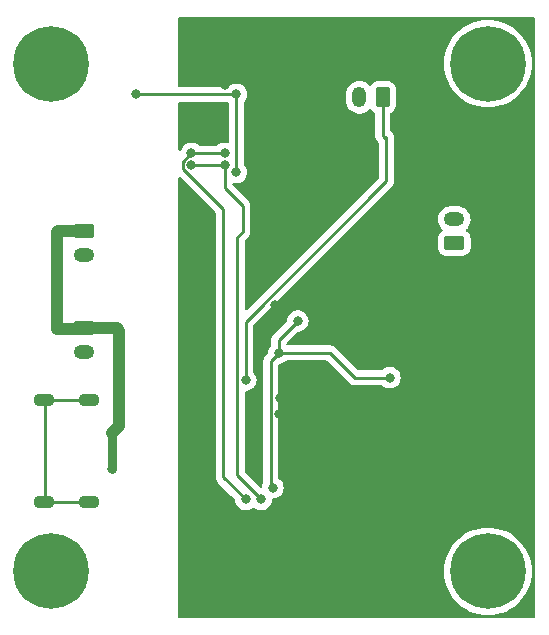
<source format=gbr>
%TF.GenerationSoftware,KiCad,Pcbnew,7.0.9*%
%TF.CreationDate,2024-10-15T17:06:46-06:00*%
%TF.ProjectId,TPS61165-heater-v8,54505336-3131-4363-952d-686561746572,rev?*%
%TF.SameCoordinates,Original*%
%TF.FileFunction,Copper,L2,Bot*%
%TF.FilePolarity,Positive*%
%FSLAX46Y46*%
G04 Gerber Fmt 4.6, Leading zero omitted, Abs format (unit mm)*
G04 Created by KiCad (PCBNEW 7.0.9) date 2024-10-15 17:06:46*
%MOMM*%
%LPD*%
G01*
G04 APERTURE LIST*
G04 Aperture macros list*
%AMRoundRect*
0 Rectangle with rounded corners*
0 $1 Rounding radius*
0 $2 $3 $4 $5 $6 $7 $8 $9 X,Y pos of 4 corners*
0 Add a 4 corners polygon primitive as box body*
4,1,4,$2,$3,$4,$5,$6,$7,$8,$9,$2,$3,0*
0 Add four circle primitives for the rounded corners*
1,1,$1+$1,$2,$3*
1,1,$1+$1,$4,$5*
1,1,$1+$1,$6,$7*
1,1,$1+$1,$8,$9*
0 Add four rect primitives between the rounded corners*
20,1,$1+$1,$2,$3,$4,$5,0*
20,1,$1+$1,$4,$5,$6,$7,0*
20,1,$1+$1,$6,$7,$8,$9,0*
20,1,$1+$1,$8,$9,$2,$3,0*%
G04 Aperture macros list end*
%TA.AperFunction,ComponentPad*%
%ADD10RoundRect,0.250000X-0.625000X0.350000X-0.625000X-0.350000X0.625000X-0.350000X0.625000X0.350000X0*%
%TD*%
%TA.AperFunction,ComponentPad*%
%ADD11O,1.750000X1.200000*%
%TD*%
%TA.AperFunction,ComponentPad*%
%ADD12RoundRect,0.250000X0.625000X-0.350000X0.625000X0.350000X-0.625000X0.350000X-0.625000X-0.350000X0*%
%TD*%
%TA.AperFunction,ComponentPad*%
%ADD13O,1.800000X1.100000*%
%TD*%
%TA.AperFunction,ComponentPad*%
%ADD14C,3.600000*%
%TD*%
%TA.AperFunction,ConnectorPad*%
%ADD15C,6.400000*%
%TD*%
%TA.AperFunction,ComponentPad*%
%ADD16RoundRect,0.250000X0.350000X0.625000X-0.350000X0.625000X-0.350000X-0.625000X0.350000X-0.625000X0*%
%TD*%
%TA.AperFunction,ComponentPad*%
%ADD17O,1.200000X1.750000*%
%TD*%
%TA.AperFunction,ViaPad*%
%ADD18C,0.800000*%
%TD*%
%TA.AperFunction,Conductor*%
%ADD19C,1.000000*%
%TD*%
%TA.AperFunction,Conductor*%
%ADD20C,0.800000*%
%TD*%
%TA.AperFunction,Conductor*%
%ADD21C,0.250000*%
%TD*%
G04 APERTURE END LIST*
D10*
%TO.P,J2,1,+*%
%TO.N,Net-(J2-+)*%
X121800000Y-73400000D03*
D11*
%TO.P,J2,2,-*%
%TO.N,Net-(J2--)*%
X121800000Y-75400000D03*
%TD*%
D12*
%TO.P,J5,1,+*%
%TO.N,Net-(J5-+)*%
X153150000Y-66200000D03*
D11*
%TO.P,J5,2,-*%
%TO.N,Net-(D3-A)*%
X153150000Y-64200000D03*
%TD*%
D13*
%TO.P,J1,0,SHIELD*%
%TO.N,unconnected-(J1-SHIELD-Pad0)*%
X122214000Y-79480000D03*
X118414000Y-79480000D03*
X122214000Y-88120000D03*
X118414000Y-88120000D03*
%TD*%
D10*
%TO.P,J3,1,+*%
%TO.N,Net-(J2-+)*%
X121800000Y-65200000D03*
D11*
%TO.P,J3,2,-*%
%TO.N,Net-(J2--)*%
X121800000Y-67200000D03*
%TD*%
D14*
%TO.P,H4,1*%
%TO.N,N/C*%
X119000000Y-94000000D03*
D15*
X119000000Y-94000000D03*
%TD*%
D16*
%TO.P,J8,1,+*%
%TO.N,Net-(J8-+)*%
X147100000Y-53850000D03*
D17*
%TO.P,J8,2,-*%
%TO.N,Net-(J8--)*%
X145100000Y-53850000D03*
%TD*%
D14*
%TO.P,H3,1*%
%TO.N,N/C*%
X156000000Y-94000000D03*
D15*
X156000000Y-94000000D03*
%TD*%
D14*
%TO.P,H2,1*%
%TO.N,N/C*%
X156000000Y-51000000D03*
D15*
X156000000Y-51000000D03*
%TD*%
D14*
%TO.P,H1,1*%
%TO.N,N/C*%
X119000000Y-51000000D03*
D15*
X119000000Y-51000000D03*
%TD*%
D18*
%TO.N,GND*%
X147900000Y-83800000D03*
X152700000Y-83600000D03*
X148300000Y-87900000D03*
X147900000Y-83000000D03*
X149500000Y-88800000D03*
X147900000Y-82200000D03*
X147900000Y-84600000D03*
X132300000Y-55150000D03*
X141700000Y-79300000D03*
X131900000Y-51800000D03*
X138300000Y-67025000D03*
X138400000Y-79300000D03*
X141700000Y-78000000D03*
X140150000Y-53500000D03*
X133700000Y-52800000D03*
X138350000Y-80650000D03*
X138000000Y-71400000D03*
X141700000Y-71500000D03*
%TO.N,Net-(J2-+)*%
X124200000Y-82300000D03*
X124180000Y-85320000D03*
%TO.N,/scl*%
X130900000Y-58600000D03*
X133700000Y-58600000D03*
X135500000Y-87900000D03*
%TO.N,/sda*%
X133700000Y-59600000D03*
X130900000Y-59600000D03*
X136800000Y-87900000D03*
%TO.N,Net-(J8-+)*%
X135500000Y-77800000D03*
%TO.N,/fram/Vcc*%
X147700000Y-77600000D03*
X139900000Y-72800000D03*
X134700000Y-60200000D03*
X134700000Y-53600000D03*
X126200000Y-53600000D03*
X137800000Y-86900000D03*
X138300000Y-75500000D03*
%TD*%
D19*
%TO.N,Net-(J2-+)*%
X124600000Y-73400000D02*
X124800000Y-73600000D01*
X121800000Y-65200000D02*
X119600000Y-65200000D01*
D20*
X124200000Y-82300000D02*
X124200000Y-85300000D01*
D19*
X119500000Y-73500000D02*
X121700000Y-73500000D01*
X121800000Y-73400000D02*
X124600000Y-73400000D01*
X119500000Y-65300000D02*
X119500000Y-73500000D01*
X124800000Y-81700000D02*
X124200000Y-82300000D01*
X124800000Y-73600000D02*
X124800000Y-81700000D01*
X119600000Y-65200000D02*
X119500000Y-65300000D01*
D20*
X124200000Y-85300000D02*
X124180000Y-85320000D01*
D21*
%TO.N,unconnected-(J1-SHIELD-Pad0)*%
X122325000Y-88120000D02*
X118525000Y-88120000D01*
X122325000Y-79480000D02*
X118525000Y-79480000D01*
X118525000Y-88120000D02*
X118525000Y-79480000D01*
%TO.N,/scl*%
X130175489Y-59299897D02*
X130875386Y-58600000D01*
X133600000Y-86000000D02*
X133600000Y-63300000D01*
X130900000Y-58600000D02*
X133700000Y-58600000D01*
X133600000Y-86000000D02*
X135500000Y-87900000D01*
X130175489Y-59900103D02*
X130175489Y-59299897D01*
X133600000Y-63300000D02*
X133575386Y-63300000D01*
X133575386Y-63300000D02*
X130175489Y-59900103D01*
X130875386Y-58600000D02*
X130900000Y-58600000D01*
%TO.N,/sda*%
X134775489Y-65711207D02*
X135225009Y-65261687D01*
X130900000Y-59600000D02*
X133700000Y-59600000D01*
X136800000Y-87900000D02*
X134775489Y-85875489D01*
X134775489Y-85875489D02*
X134775489Y-65711207D01*
X135225009Y-63025009D02*
X133700000Y-61500000D01*
X133700000Y-61500000D02*
X133700000Y-59600000D01*
X135225009Y-65261687D02*
X135225009Y-63025009D01*
%TO.N,Net-(J8-+)*%
X147100000Y-57100000D02*
X147100000Y-53850000D01*
X135500000Y-72875386D02*
X147400000Y-60975386D01*
X135500000Y-77800000D02*
X135500000Y-72875386D01*
X147400000Y-57400000D02*
X147400000Y-57200000D01*
X147400000Y-60975386D02*
X147400000Y-57400000D01*
X147400000Y-57400000D02*
X147100000Y-57100000D01*
%TO.N,/fram/Vcc*%
X142626998Y-75500000D02*
X138300000Y-75500000D01*
X144726998Y-77600000D02*
X142626998Y-75500000D01*
X137800000Y-86900000D02*
X137625489Y-86725489D01*
X134700000Y-60200000D02*
X134700000Y-53600000D01*
X137625489Y-86725489D02*
X137625489Y-76174511D01*
X147700000Y-77600000D02*
X144726998Y-77600000D01*
X138300000Y-75500000D02*
X138300000Y-74400000D01*
X137625489Y-76174511D02*
X138300000Y-75500000D01*
X138300000Y-74400000D02*
X139900000Y-72800000D01*
X134700000Y-53600000D02*
X126200000Y-53600000D01*
%TD*%
%TA.AperFunction,Conductor*%
%TO.N,GND*%
G36*
X159916621Y-47045502D02*
G01*
X159963114Y-47099158D01*
X159974500Y-47151500D01*
X159974500Y-97848500D01*
X159954498Y-97916621D01*
X159900842Y-97963114D01*
X159848500Y-97974500D01*
X129905596Y-97974500D01*
X129837475Y-97954498D01*
X129790982Y-97900842D01*
X129779596Y-97848470D01*
X129780520Y-94000006D01*
X152286411Y-94000006D01*
X152306752Y-94388167D01*
X152367561Y-94772097D01*
X152468168Y-95147568D01*
X152607463Y-95510443D01*
X152607467Y-95510451D01*
X152783938Y-95856795D01*
X152995637Y-96182785D01*
X152995649Y-96182802D01*
X153240253Y-96484862D01*
X153240267Y-96484877D01*
X153515122Y-96759732D01*
X153515137Y-96759746D01*
X153817197Y-97004350D01*
X153817214Y-97004362D01*
X154001185Y-97123833D01*
X154143205Y-97216062D01*
X154489547Y-97392532D01*
X154489551Y-97392533D01*
X154489556Y-97392536D01*
X154852431Y-97531831D01*
X154852436Y-97531832D01*
X154852438Y-97531833D01*
X155227901Y-97632438D01*
X155611824Y-97693246D01*
X155611826Y-97693246D01*
X155611832Y-97693247D01*
X155999994Y-97713589D01*
X156000000Y-97713589D01*
X156000006Y-97713589D01*
X156388167Y-97693247D01*
X156388171Y-97693246D01*
X156388176Y-97693246D01*
X156772099Y-97632438D01*
X157147562Y-97531833D01*
X157147565Y-97531831D01*
X157147568Y-97531831D01*
X157510443Y-97392536D01*
X157510444Y-97392535D01*
X157510453Y-97392532D01*
X157856795Y-97216062D01*
X158182793Y-97004357D01*
X158182802Y-97004350D01*
X158484862Y-96759746D01*
X158484867Y-96759740D01*
X158484876Y-96759734D01*
X158759734Y-96484876D01*
X158759740Y-96484867D01*
X158759746Y-96484862D01*
X159004350Y-96182802D01*
X159004351Y-96182799D01*
X159004357Y-96182793D01*
X159216062Y-95856795D01*
X159392532Y-95510453D01*
X159531833Y-95147562D01*
X159632438Y-94772099D01*
X159693246Y-94388176D01*
X159693246Y-94388171D01*
X159693247Y-94388167D01*
X159713589Y-94000006D01*
X159713589Y-93999993D01*
X159693247Y-93611832D01*
X159632438Y-93227902D01*
X159531831Y-92852431D01*
X159392536Y-92489556D01*
X159392532Y-92489548D01*
X159392532Y-92489547D01*
X159216062Y-92143206D01*
X159004357Y-91817207D01*
X159004354Y-91817203D01*
X159004352Y-91817200D01*
X158759746Y-91515137D01*
X158759732Y-91515122D01*
X158484877Y-91240267D01*
X158484862Y-91240253D01*
X158182802Y-90995649D01*
X158182785Y-90995637D01*
X157856795Y-90783938D01*
X157510451Y-90607467D01*
X157510443Y-90607463D01*
X157147568Y-90468168D01*
X156772097Y-90367561D01*
X156388167Y-90306752D01*
X156000006Y-90286411D01*
X155999994Y-90286411D01*
X155611832Y-90306752D01*
X155227902Y-90367561D01*
X154852431Y-90468168D01*
X154489556Y-90607463D01*
X154489548Y-90607467D01*
X154143205Y-90783938D01*
X153817203Y-90995645D01*
X153817200Y-90995647D01*
X153515137Y-91240253D01*
X153515122Y-91240267D01*
X153240267Y-91515122D01*
X153240253Y-91515137D01*
X152995647Y-91817200D01*
X152995645Y-91817203D01*
X152783938Y-92143205D01*
X152607467Y-92489548D01*
X152607463Y-92489556D01*
X152468168Y-92852431D01*
X152367561Y-93227902D01*
X152306752Y-93611832D01*
X152286411Y-93999993D01*
X152286411Y-94000006D01*
X129780520Y-94000006D01*
X129788511Y-60713186D01*
X129808529Y-60645073D01*
X129862196Y-60598593D01*
X129932473Y-60588506D01*
X129997046Y-60618014D01*
X130003606Y-60624124D01*
X132929595Y-63550113D01*
X132963621Y-63612425D01*
X132966500Y-63639208D01*
X132966500Y-85916146D01*
X132964751Y-85931988D01*
X132965044Y-85932016D01*
X132964298Y-85939907D01*
X132966500Y-86009957D01*
X132966500Y-86039851D01*
X132966501Y-86039872D01*
X132967378Y-86046820D01*
X132967844Y-86052732D01*
X132969326Y-86099888D01*
X132969327Y-86099893D01*
X132974977Y-86119339D01*
X132978986Y-86138697D01*
X132981525Y-86158793D01*
X132981526Y-86158799D01*
X132998893Y-86202662D01*
X133000816Y-86208279D01*
X133013982Y-86253593D01*
X133024294Y-86271031D01*
X133032988Y-86288779D01*
X133040444Y-86307609D01*
X133040450Y-86307620D01*
X133068177Y-86345783D01*
X133071437Y-86350746D01*
X133095460Y-86391365D01*
X133109779Y-86405684D01*
X133122617Y-86420714D01*
X133132156Y-86433843D01*
X133134528Y-86437107D01*
X133148608Y-86448755D01*
X133170886Y-86467185D01*
X133175267Y-86471171D01*
X134282959Y-87578864D01*
X134552877Y-87848782D01*
X134586903Y-87911094D01*
X134589092Y-87924706D01*
X134606457Y-88089927D01*
X134636526Y-88182470D01*
X134665473Y-88271556D01*
X134665476Y-88271561D01*
X134760958Y-88436941D01*
X134760965Y-88436951D01*
X134888744Y-88578864D01*
X134888747Y-88578866D01*
X135043248Y-88691118D01*
X135217712Y-88768794D01*
X135404513Y-88808500D01*
X135595487Y-88808500D01*
X135782288Y-88768794D01*
X135956752Y-88691118D01*
X136075939Y-88604522D01*
X136142807Y-88580665D01*
X136211958Y-88596745D01*
X136224058Y-88604521D01*
X136343248Y-88691118D01*
X136517712Y-88768794D01*
X136704513Y-88808500D01*
X136895487Y-88808500D01*
X137082288Y-88768794D01*
X137256752Y-88691118D01*
X137411253Y-88578866D01*
X137539040Y-88436944D01*
X137634527Y-88271556D01*
X137693542Y-88089928D01*
X137711262Y-87921329D01*
X137738275Y-87855673D01*
X137796496Y-87815043D01*
X137836572Y-87808500D01*
X137895487Y-87808500D01*
X138082288Y-87768794D01*
X138256752Y-87691118D01*
X138411253Y-87578866D01*
X138539040Y-87436944D01*
X138634527Y-87271556D01*
X138693542Y-87089928D01*
X138713504Y-86900000D01*
X138693542Y-86710072D01*
X138634527Y-86528444D01*
X138539040Y-86363056D01*
X138539038Y-86363054D01*
X138539034Y-86363048D01*
X138411255Y-86221135D01*
X138310928Y-86148243D01*
X138267574Y-86092020D01*
X138258989Y-86046307D01*
X138258989Y-76534500D01*
X138278991Y-76466379D01*
X138332647Y-76419886D01*
X138384989Y-76408500D01*
X138395487Y-76408500D01*
X138582288Y-76368794D01*
X138756752Y-76291118D01*
X138911253Y-76178866D01*
X138914563Y-76175190D01*
X138975009Y-76137950D01*
X139008200Y-76133500D01*
X142312404Y-76133500D01*
X142380525Y-76153502D01*
X142401499Y-76170405D01*
X144219751Y-77988657D01*
X144229718Y-78001097D01*
X144229945Y-78000910D01*
X144234997Y-78007017D01*
X144286093Y-78054999D01*
X144307223Y-78076130D01*
X144312766Y-78080430D01*
X144317279Y-78084285D01*
X144351677Y-78116586D01*
X144351678Y-78116586D01*
X144351680Y-78116588D01*
X144369427Y-78126344D01*
X144385957Y-78137202D01*
X144401957Y-78149613D01*
X144433134Y-78163104D01*
X144445249Y-78168347D01*
X144450583Y-78170959D01*
X144491938Y-78193695D01*
X144511560Y-78198733D01*
X144530261Y-78205135D01*
X144548853Y-78213181D01*
X144595468Y-78220563D01*
X144601240Y-78221758D01*
X144646968Y-78233500D01*
X144667229Y-78233500D01*
X144686937Y-78235050D01*
X144706941Y-78238219D01*
X144740457Y-78235051D01*
X144753908Y-78233780D01*
X144759840Y-78233500D01*
X146991800Y-78233500D01*
X147059921Y-78253502D01*
X147085437Y-78275190D01*
X147088747Y-78278866D01*
X147243248Y-78391118D01*
X147417712Y-78468794D01*
X147604513Y-78508500D01*
X147795487Y-78508500D01*
X147982288Y-78468794D01*
X148156752Y-78391118D01*
X148311253Y-78278866D01*
X148407871Y-78171561D01*
X148439034Y-78136951D01*
X148439035Y-78136949D01*
X148439040Y-78136944D01*
X148534527Y-77971556D01*
X148593542Y-77789928D01*
X148613504Y-77600000D01*
X148593542Y-77410072D01*
X148534527Y-77228444D01*
X148439040Y-77063056D01*
X148439038Y-77063054D01*
X148439034Y-77063048D01*
X148311255Y-76921135D01*
X148156752Y-76808882D01*
X147982288Y-76731206D01*
X147795487Y-76691500D01*
X147604513Y-76691500D01*
X147417711Y-76731206D01*
X147243247Y-76808882D01*
X147088747Y-76921133D01*
X147085437Y-76924810D01*
X147024991Y-76962050D01*
X146991800Y-76966500D01*
X145041593Y-76966500D01*
X144973472Y-76946498D01*
X144952498Y-76929595D01*
X143134242Y-75111339D01*
X143124277Y-75098901D01*
X143124050Y-75099090D01*
X143118999Y-75092984D01*
X143118998Y-75092982D01*
X143067919Y-75045016D01*
X143046775Y-75023871D01*
X143046770Y-75023866D01*
X143041223Y-75019563D01*
X143036715Y-75015712D01*
X143002323Y-74983417D01*
X143002317Y-74983413D01*
X142984561Y-74973651D01*
X142968045Y-74962802D01*
X142952039Y-74950386D01*
X142921287Y-74937078D01*
X142908738Y-74931648D01*
X142903406Y-74929036D01*
X142862059Y-74906305D01*
X142842434Y-74901266D01*
X142823734Y-74894864D01*
X142805143Y-74886819D01*
X142805141Y-74886818D01*
X142805140Y-74886818D01*
X142758540Y-74879437D01*
X142752727Y-74878233D01*
X142707028Y-74866500D01*
X142686774Y-74866500D01*
X142667064Y-74864949D01*
X142647055Y-74861780D01*
X142647054Y-74861780D01*
X142600081Y-74866220D01*
X142594148Y-74866500D01*
X139059500Y-74866500D01*
X138991379Y-74846498D01*
X138944886Y-74792842D01*
X138933500Y-74740500D01*
X138933500Y-74714594D01*
X138953502Y-74646473D01*
X138970405Y-74625499D01*
X139850499Y-73745405D01*
X139912811Y-73711379D01*
X139939594Y-73708500D01*
X139995487Y-73708500D01*
X140182288Y-73668794D01*
X140356752Y-73591118D01*
X140511253Y-73478866D01*
X140639040Y-73336944D01*
X140734527Y-73171556D01*
X140793542Y-72989928D01*
X140813504Y-72800000D01*
X140793542Y-72610072D01*
X140734527Y-72428444D01*
X140639040Y-72263056D01*
X140639038Y-72263054D01*
X140639034Y-72263048D01*
X140511255Y-72121135D01*
X140356752Y-72008882D01*
X140182288Y-71931206D01*
X139995487Y-71891500D01*
X139804513Y-71891500D01*
X139617711Y-71931206D01*
X139443247Y-72008882D01*
X139288744Y-72121135D01*
X139160965Y-72263048D01*
X139160958Y-72263058D01*
X139065476Y-72428438D01*
X139065473Y-72428445D01*
X139006457Y-72610072D01*
X138989092Y-72775292D01*
X138962079Y-72840949D01*
X138952877Y-72851216D01*
X137911336Y-73892757D01*
X137898901Y-73902721D01*
X137899089Y-73902948D01*
X137892980Y-73908001D01*
X137845015Y-73959079D01*
X137823866Y-73980227D01*
X137819560Y-73985777D01*
X137815714Y-73990279D01*
X137783417Y-74024674D01*
X137783411Y-74024683D01*
X137773651Y-74042435D01*
X137762803Y-74058950D01*
X137750386Y-74074958D01*
X137731645Y-74118264D01*
X137729034Y-74123594D01*
X137706305Y-74164939D01*
X137706303Y-74164944D01*
X137701267Y-74184559D01*
X137694864Y-74203262D01*
X137686819Y-74221852D01*
X137679437Y-74268456D01*
X137678233Y-74274268D01*
X137666500Y-74319968D01*
X137666500Y-74340223D01*
X137664949Y-74359933D01*
X137661780Y-74379942D01*
X137661780Y-74379943D01*
X137666220Y-74426917D01*
X137666500Y-74432850D01*
X137666500Y-74797474D01*
X137646498Y-74865595D01*
X137634137Y-74881784D01*
X137560957Y-74963059D01*
X137465476Y-75128438D01*
X137465473Y-75128445D01*
X137406457Y-75310072D01*
X137389093Y-75475290D01*
X137362080Y-75540947D01*
X137352878Y-75551215D01*
X137236826Y-75667267D01*
X137224392Y-75677230D01*
X137224580Y-75677457D01*
X137218471Y-75682510D01*
X137170504Y-75733590D01*
X137149355Y-75754738D01*
X137145049Y-75760288D01*
X137141203Y-75764790D01*
X137108906Y-75799185D01*
X137108900Y-75799194D01*
X137099140Y-75816946D01*
X137088292Y-75833461D01*
X137075875Y-75849469D01*
X137057134Y-75892775D01*
X137054523Y-75898105D01*
X137031794Y-75939450D01*
X137031792Y-75939455D01*
X137026756Y-75959070D01*
X137020353Y-75977773D01*
X137012308Y-75996363D01*
X137004926Y-76042967D01*
X137003722Y-76048779D01*
X136991989Y-76094479D01*
X136991989Y-76114734D01*
X136990438Y-76134444D01*
X136987269Y-76154453D01*
X136987269Y-76154454D01*
X136991709Y-76201428D01*
X136991989Y-76207361D01*
X136991989Y-86448755D01*
X136975109Y-86511754D01*
X136965474Y-86528441D01*
X136965473Y-86528445D01*
X136906457Y-86710072D01*
X136895981Y-86809748D01*
X136868967Y-86875405D01*
X136810746Y-86916034D01*
X136739801Y-86918737D01*
X136681576Y-86885672D01*
X136084683Y-86288779D01*
X135445894Y-85649989D01*
X135411868Y-85587677D01*
X135408989Y-85560894D01*
X135408989Y-78834500D01*
X135428991Y-78766379D01*
X135482647Y-78719886D01*
X135534989Y-78708500D01*
X135595487Y-78708500D01*
X135782288Y-78668794D01*
X135956752Y-78591118D01*
X136111253Y-78478866D01*
X136190262Y-78391118D01*
X136239034Y-78336951D01*
X136239035Y-78336949D01*
X136239040Y-78336944D01*
X136334527Y-78171556D01*
X136393542Y-77989928D01*
X136413504Y-77800000D01*
X136393542Y-77610072D01*
X136334527Y-77428444D01*
X136239040Y-77263056D01*
X136165863Y-77181784D01*
X136135146Y-77117776D01*
X136133500Y-77097474D01*
X136133500Y-73189979D01*
X136153502Y-73121858D01*
X136170400Y-73100889D01*
X145124274Y-64147014D01*
X151762718Y-64147014D01*
X151772790Y-64358463D01*
X151772792Y-64358476D01*
X151822700Y-64564198D01*
X151822702Y-64564204D01*
X151910644Y-64756771D01*
X151910648Y-64756778D01*
X152033435Y-64929208D01*
X152033439Y-64929213D01*
X152033441Y-64929215D01*
X152127181Y-65018596D01*
X152162679Y-65080080D01*
X152159301Y-65150996D01*
X152118120Y-65208828D01*
X152106379Y-65217026D01*
X152051349Y-65250968D01*
X152051341Y-65250975D01*
X151925975Y-65376341D01*
X151925970Y-65376347D01*
X151832885Y-65527262D01*
X151777113Y-65695572D01*
X151777112Y-65695579D01*
X151766500Y-65799446D01*
X151766500Y-66600544D01*
X151777112Y-66704425D01*
X151832885Y-66872738D01*
X151925970Y-67023652D01*
X151925975Y-67023658D01*
X152051341Y-67149024D01*
X152051347Y-67149029D01*
X152051348Y-67149030D01*
X152202262Y-67242115D01*
X152370574Y-67297887D01*
X152474455Y-67308500D01*
X153825544Y-67308499D01*
X153929426Y-67297887D01*
X154097738Y-67242115D01*
X154248652Y-67149030D01*
X154374030Y-67023652D01*
X154467115Y-66872738D01*
X154522887Y-66704426D01*
X154533500Y-66600545D01*
X154533499Y-65799456D01*
X154528823Y-65753687D01*
X154522887Y-65695574D01*
X154503481Y-65637009D01*
X154467115Y-65527262D01*
X154374030Y-65376348D01*
X154374029Y-65376347D01*
X154374024Y-65376341D01*
X154248658Y-65250975D01*
X154248649Y-65250968D01*
X154217590Y-65231811D01*
X154196649Y-65218894D01*
X154149171Y-65166110D01*
X154137768Y-65096035D01*
X154166060Y-65030919D01*
X154184911Y-65012609D01*
X154193435Y-65005906D01*
X154290959Y-64893355D01*
X154332065Y-64845918D01*
X154437913Y-64662582D01*
X154507153Y-64462527D01*
X154537281Y-64252984D01*
X154532233Y-64147014D01*
X154527209Y-64041536D01*
X154527208Y-64041531D01*
X154527208Y-64041526D01*
X154477298Y-63835796D01*
X154389356Y-63643229D01*
X154389353Y-63643225D01*
X154389351Y-63643221D01*
X154266564Y-63470791D01*
X154266555Y-63470781D01*
X154239321Y-63444814D01*
X154113346Y-63324697D01*
X153935254Y-63210244D01*
X153738721Y-63131564D01*
X153738720Y-63131563D01*
X153738718Y-63131563D01*
X153530853Y-63091500D01*
X153530849Y-63091500D01*
X152822197Y-63091500D01*
X152822195Y-63091500D01*
X152822177Y-63091501D01*
X152664271Y-63106579D01*
X152664256Y-63106582D01*
X152461135Y-63166223D01*
X152272976Y-63263227D01*
X152106564Y-63394094D01*
X151967938Y-63554077D01*
X151967930Y-63554088D01*
X151862089Y-63737412D01*
X151862086Y-63737419D01*
X151792848Y-63937469D01*
X151792845Y-63937480D01*
X151762718Y-64147014D01*
X145124274Y-64147014D01*
X147788657Y-61482631D01*
X147801092Y-61472670D01*
X147800905Y-61472443D01*
X147807009Y-61467391D01*
X147807018Y-61467386D01*
X147854999Y-61416290D01*
X147876134Y-61395156D01*
X147880429Y-61389618D01*
X147884271Y-61385117D01*
X147916586Y-61350707D01*
X147926345Y-61332953D01*
X147937197Y-61316432D01*
X147949613Y-61300427D01*
X147968347Y-61257134D01*
X147970961Y-61251798D01*
X147993694Y-61210447D01*
X147993695Y-61210446D01*
X147998733Y-61190821D01*
X148005138Y-61172116D01*
X148006854Y-61168151D01*
X148013181Y-61153531D01*
X148020563Y-61106911D01*
X148021761Y-61101130D01*
X148033500Y-61055416D01*
X148033500Y-61035155D01*
X148035051Y-61015444D01*
X148038219Y-60995442D01*
X148033780Y-60948475D01*
X148033500Y-60942543D01*
X148033500Y-57483855D01*
X148035249Y-57468014D01*
X148034956Y-57467987D01*
X148035701Y-57460094D01*
X148035702Y-57460091D01*
X148033500Y-57390042D01*
X148033500Y-57360144D01*
X148033500Y-57160144D01*
X148018474Y-57041203D01*
X147989013Y-56966793D01*
X147959553Y-56892384D01*
X147959550Y-56892379D01*
X147865472Y-56762893D01*
X147865469Y-56762889D01*
X147779184Y-56691508D01*
X147739446Y-56632675D01*
X147733500Y-56594424D01*
X147733500Y-55261640D01*
X147753502Y-55193519D01*
X147793351Y-55154400D01*
X147923652Y-55074030D01*
X148049030Y-54948652D01*
X148142115Y-54797738D01*
X148197887Y-54629426D01*
X148208500Y-54525545D01*
X148208499Y-53174456D01*
X148197887Y-53070574D01*
X148142115Y-52902262D01*
X148049030Y-52751348D01*
X148049029Y-52751347D01*
X148049024Y-52751341D01*
X147923658Y-52625975D01*
X147923652Y-52625970D01*
X147898805Y-52610644D01*
X147772738Y-52532885D01*
X147651903Y-52492845D01*
X147604427Y-52477113D01*
X147604420Y-52477112D01*
X147500553Y-52466500D01*
X146699455Y-52466500D01*
X146595574Y-52477112D01*
X146427261Y-52532885D01*
X146276347Y-52625970D01*
X146276341Y-52625975D01*
X146150975Y-52751341D01*
X146150970Y-52751347D01*
X146118895Y-52803350D01*
X146066109Y-52850828D01*
X145996034Y-52862231D01*
X145930918Y-52833938D01*
X145912612Y-52815092D01*
X145905906Y-52806565D01*
X145745922Y-52667938D01*
X145745911Y-52667930D01*
X145562587Y-52562089D01*
X145562580Y-52562086D01*
X145362530Y-52492848D01*
X145362529Y-52492847D01*
X145362527Y-52492847D01*
X145362525Y-52492846D01*
X145362519Y-52492845D01*
X145152985Y-52462718D01*
X144941536Y-52472790D01*
X144941523Y-52472792D01*
X144735801Y-52522700D01*
X144735795Y-52522702D01*
X144543228Y-52610644D01*
X144543221Y-52610648D01*
X144370791Y-52733435D01*
X144370781Y-52733444D01*
X144224695Y-52886656D01*
X144110244Y-53064745D01*
X144031563Y-53261281D01*
X143991500Y-53469146D01*
X143991500Y-54177801D01*
X143991501Y-54177822D01*
X144006579Y-54335728D01*
X144006582Y-54335743D01*
X144066223Y-54538864D01*
X144163227Y-54727023D01*
X144163229Y-54727026D01*
X144228660Y-54810229D01*
X144294094Y-54893435D01*
X144454077Y-55032061D01*
X144454088Y-55032069D01*
X144637412Y-55137910D01*
X144637415Y-55137911D01*
X144637418Y-55137913D01*
X144837473Y-55207153D01*
X145047016Y-55237281D01*
X145196290Y-55230170D01*
X145258463Y-55227209D01*
X145258467Y-55227208D01*
X145258474Y-55227208D01*
X145464204Y-55177298D01*
X145656771Y-55089356D01*
X145829215Y-54966559D01*
X145918596Y-54872818D01*
X145980080Y-54837321D01*
X146050996Y-54840699D01*
X146108828Y-54881880D01*
X146117026Y-54893621D01*
X146150968Y-54948650D01*
X146150975Y-54948658D01*
X146276341Y-55074024D01*
X146276347Y-55074029D01*
X146276348Y-55074030D01*
X146406648Y-55154400D01*
X146454125Y-55207185D01*
X146466500Y-55261640D01*
X146466500Y-57016146D01*
X146464751Y-57031988D01*
X146465044Y-57032016D01*
X146464298Y-57039907D01*
X146466500Y-57109957D01*
X146466500Y-57139851D01*
X146466501Y-57139872D01*
X146467378Y-57146820D01*
X146467844Y-57152732D01*
X146469326Y-57199888D01*
X146469327Y-57199893D01*
X146474977Y-57219339D01*
X146478986Y-57238697D01*
X146481525Y-57258793D01*
X146481526Y-57258799D01*
X146498893Y-57302662D01*
X146500816Y-57308279D01*
X146513982Y-57353593D01*
X146524294Y-57371031D01*
X146532988Y-57388779D01*
X146540444Y-57407609D01*
X146540450Y-57407620D01*
X146568177Y-57445783D01*
X146571437Y-57450746D01*
X146588527Y-57479643D01*
X146595458Y-57491362D01*
X146609782Y-57505686D01*
X146622620Y-57520717D01*
X146634527Y-57537106D01*
X146670885Y-57567184D01*
X146675266Y-57571170D01*
X146729595Y-57625499D01*
X146763621Y-57687811D01*
X146766500Y-57714594D01*
X146766500Y-60660791D01*
X146746498Y-60728912D01*
X146729595Y-60749886D01*
X135624084Y-71855397D01*
X135561772Y-71889423D01*
X135490957Y-71884358D01*
X135434121Y-71841811D01*
X135409310Y-71775291D01*
X135408989Y-71766302D01*
X135408989Y-66025801D01*
X135428991Y-65957680D01*
X135445889Y-65936710D01*
X135613668Y-65768930D01*
X135626102Y-65758971D01*
X135625914Y-65758744D01*
X135632018Y-65753692D01*
X135632027Y-65753687D01*
X135680008Y-65702591D01*
X135701143Y-65681457D01*
X135705438Y-65675919D01*
X135709280Y-65671418D01*
X135741595Y-65637008D01*
X135751354Y-65619254D01*
X135762206Y-65602733D01*
X135774622Y-65586728D01*
X135793356Y-65543435D01*
X135795970Y-65538099D01*
X135818703Y-65496748D01*
X135818704Y-65496747D01*
X135823742Y-65477122D01*
X135830147Y-65458417D01*
X135838190Y-65439832D01*
X135845570Y-65393234D01*
X135846771Y-65387427D01*
X135858509Y-65341717D01*
X135858509Y-65321462D01*
X135860060Y-65301750D01*
X135860444Y-65299326D01*
X135863229Y-65281744D01*
X135860320Y-65250968D01*
X135858789Y-65234767D01*
X135858509Y-65228835D01*
X135858509Y-63108858D01*
X135860258Y-63093021D01*
X135859964Y-63092994D01*
X135860710Y-63085101D01*
X135858509Y-63015068D01*
X135858509Y-62985160D01*
X135858509Y-62985153D01*
X135857629Y-62978194D01*
X135857164Y-62972289D01*
X135855682Y-62925119D01*
X135850031Y-62905672D01*
X135846021Y-62886309D01*
X135843483Y-62866212D01*
X135826109Y-62822332D01*
X135824193Y-62816734D01*
X135811027Y-62771415D01*
X135800709Y-62753970D01*
X135792014Y-62736218D01*
X135784562Y-62717394D01*
X135784559Y-62717388D01*
X135756827Y-62679219D01*
X135753571Y-62674262D01*
X135729551Y-62633646D01*
X135729549Y-62633644D01*
X135729549Y-62633643D01*
X135715227Y-62619321D01*
X135702386Y-62604288D01*
X135690480Y-62587901D01*
X135683038Y-62581744D01*
X135654117Y-62557819D01*
X135649745Y-62553840D01*
X134397183Y-61301278D01*
X134363157Y-61238966D01*
X134368222Y-61168151D01*
X134410769Y-61111315D01*
X134477289Y-61086504D01*
X134512476Y-61088937D01*
X134604509Y-61108500D01*
X134604513Y-61108500D01*
X134795487Y-61108500D01*
X134982288Y-61068794D01*
X135156752Y-60991118D01*
X135311253Y-60878866D01*
X135439040Y-60736944D01*
X135534527Y-60571556D01*
X135593542Y-60389928D01*
X135613504Y-60200000D01*
X135593542Y-60010072D01*
X135534527Y-59828444D01*
X135439040Y-59663056D01*
X135365863Y-59581784D01*
X135335146Y-59517776D01*
X135333500Y-59497474D01*
X135333500Y-54302524D01*
X135353502Y-54234403D01*
X135365858Y-54218220D01*
X135439040Y-54136944D01*
X135534527Y-53971556D01*
X135593542Y-53789928D01*
X135613504Y-53600000D01*
X135593542Y-53410072D01*
X135534527Y-53228444D01*
X135439040Y-53063056D01*
X135439038Y-53063054D01*
X135439034Y-53063048D01*
X135311255Y-52921135D01*
X135156752Y-52808882D01*
X134982288Y-52731206D01*
X134795487Y-52691500D01*
X134604513Y-52691500D01*
X134417711Y-52731206D01*
X134243247Y-52808882D01*
X134088747Y-52921133D01*
X134085437Y-52924810D01*
X134024991Y-52962050D01*
X133991800Y-52966500D01*
X129916402Y-52966500D01*
X129848281Y-52946498D01*
X129801788Y-52892842D01*
X129790402Y-52840470D01*
X129790844Y-51000006D01*
X152286411Y-51000006D01*
X152306752Y-51388167D01*
X152367561Y-51772097D01*
X152468168Y-52147568D01*
X152607463Y-52510443D01*
X152607467Y-52510451D01*
X152783938Y-52856795D01*
X152995637Y-53182785D01*
X152995649Y-53182802D01*
X153240253Y-53484862D01*
X153240267Y-53484877D01*
X153515122Y-53759732D01*
X153515137Y-53759746D01*
X153817197Y-54004350D01*
X153817214Y-54004362D01*
X153990025Y-54116586D01*
X154143205Y-54216062D01*
X154489547Y-54392532D01*
X154489551Y-54392533D01*
X154489556Y-54392536D01*
X154852431Y-54531831D01*
X154852436Y-54531832D01*
X154852438Y-54531833D01*
X155227901Y-54632438D01*
X155611824Y-54693246D01*
X155611826Y-54693246D01*
X155611832Y-54693247D01*
X155999994Y-54713589D01*
X156000000Y-54713589D01*
X156000006Y-54713589D01*
X156388167Y-54693247D01*
X156388171Y-54693246D01*
X156388176Y-54693246D01*
X156772099Y-54632438D01*
X157147562Y-54531833D01*
X157147565Y-54531831D01*
X157147568Y-54531831D01*
X157510443Y-54392536D01*
X157510444Y-54392535D01*
X157510453Y-54392532D01*
X157856795Y-54216062D01*
X158182793Y-54004357D01*
X158223299Y-53971556D01*
X158484862Y-53759746D01*
X158484867Y-53759740D01*
X158484876Y-53759734D01*
X158759734Y-53484876D01*
X158759740Y-53484867D01*
X158759746Y-53484862D01*
X159004350Y-53182802D01*
X159004351Y-53182799D01*
X159004357Y-53182793D01*
X159216062Y-52856795D01*
X159392532Y-52510453D01*
X159405330Y-52477113D01*
X159531831Y-52147568D01*
X159531833Y-52147562D01*
X159632438Y-51772099D01*
X159693246Y-51388176D01*
X159693246Y-51388171D01*
X159693247Y-51388167D01*
X159713589Y-51000006D01*
X159713589Y-50999993D01*
X159693247Y-50611832D01*
X159632438Y-50227902D01*
X159531831Y-49852431D01*
X159392536Y-49489556D01*
X159392532Y-49489548D01*
X159392532Y-49489547D01*
X159216062Y-49143206D01*
X159004357Y-48817207D01*
X159004354Y-48817203D01*
X159004352Y-48817200D01*
X158759746Y-48515137D01*
X158759732Y-48515122D01*
X158484877Y-48240267D01*
X158484862Y-48240253D01*
X158182802Y-47995649D01*
X158182785Y-47995637D01*
X157856795Y-47783938D01*
X157510451Y-47607467D01*
X157510443Y-47607463D01*
X157147568Y-47468168D01*
X156772097Y-47367561D01*
X156388167Y-47306752D01*
X156000006Y-47286411D01*
X155999994Y-47286411D01*
X155611832Y-47306752D01*
X155227902Y-47367561D01*
X154852431Y-47468168D01*
X154489556Y-47607463D01*
X154489548Y-47607467D01*
X154143205Y-47783938D01*
X153817203Y-47995645D01*
X153817200Y-47995647D01*
X153515137Y-48240253D01*
X153515122Y-48240267D01*
X153240267Y-48515122D01*
X153240253Y-48515137D01*
X152995647Y-48817200D01*
X152995645Y-48817203D01*
X152783938Y-49143205D01*
X152607467Y-49489548D01*
X152607463Y-49489556D01*
X152468168Y-49852431D01*
X152367561Y-50227902D01*
X152306752Y-50611832D01*
X152286411Y-50999993D01*
X152286411Y-51000006D01*
X129790844Y-51000006D01*
X129791768Y-47151470D01*
X129811786Y-47083354D01*
X129865453Y-47036874D01*
X129917768Y-47025500D01*
X159848500Y-47025500D01*
X159916621Y-47045502D01*
G37*
%TD.AperFunction*%
%TA.AperFunction,Conductor*%
G36*
X134008621Y-54253502D02*
G01*
X134055114Y-54307158D01*
X134066500Y-54359500D01*
X134066500Y-57593508D01*
X134046498Y-57661629D01*
X133992842Y-57708122D01*
X133922568Y-57718226D01*
X133914303Y-57716755D01*
X133795487Y-57691500D01*
X133604513Y-57691500D01*
X133417711Y-57731206D01*
X133243247Y-57808882D01*
X133088747Y-57921133D01*
X133085437Y-57924810D01*
X133024991Y-57962050D01*
X132991800Y-57966500D01*
X131608200Y-57966500D01*
X131540079Y-57946498D01*
X131514563Y-57924810D01*
X131511252Y-57921133D01*
X131356752Y-57808882D01*
X131182288Y-57731206D01*
X130995487Y-57691500D01*
X130804513Y-57691500D01*
X130617711Y-57731206D01*
X130443247Y-57808882D01*
X130288744Y-57921135D01*
X130160965Y-58063048D01*
X130160958Y-58063058D01*
X130065476Y-58228438D01*
X130065474Y-58228442D01*
X130034927Y-58322453D01*
X129994852Y-58381058D01*
X129929455Y-58408694D01*
X129859499Y-58396586D01*
X129807193Y-58348580D01*
X129789095Y-58283488D01*
X129790037Y-54359469D01*
X129810055Y-54291354D01*
X129863722Y-54244874D01*
X129916037Y-54233500D01*
X133940500Y-54233500D01*
X134008621Y-54253502D01*
G37*
%TD.AperFunction*%
%TD*%
M02*

</source>
